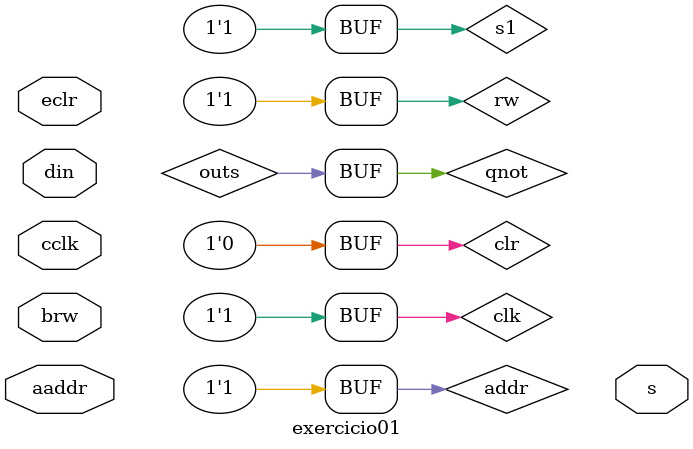
<source format=v>
`include "jkFF.v"

module exercicio01(input aaddr,input brw,input cclk, input din, output s, input eclr);
reg addr,rw,clk,in01,in02,in03,clr;
wire s1,outs;

and And01(s1,addr,rw,clk);

jkff J01(q,qnot,s1,in00,clk);
jkff J02(q,qnot,s1,in01,clk);
jkff J03(q,qnot,s1,in02,clk);
jkff J04(q,qnot,s1,in03,clk);

and And02(outs,qnot,addr);

initial begin 
$display ( "Guia 10 - Thaise Souto Martins - 395504" );
$display ( "Exercicio01 - Memoria RAM" ); 

addr = 0; 
clk = 0; 
rw = 0;
clr = 0; 

$monitor( "%4d %4b", $time, outs ); 

#1 clk = 0; addr = 0; rw = 1; 
#1 clk = 0; addr = 1; rw = 0;
#1 clk = 0; addr = 1; rw = 1;
#1 clk = 1; addr = 0; rw = 0;
#1 clk = 1; addr = 0; rw = 1;
#1 clk = 1; addr = 1; rw = 0;
#1 clk = 1; addr = 1; rw = 1;

end 

endmodule


</source>
